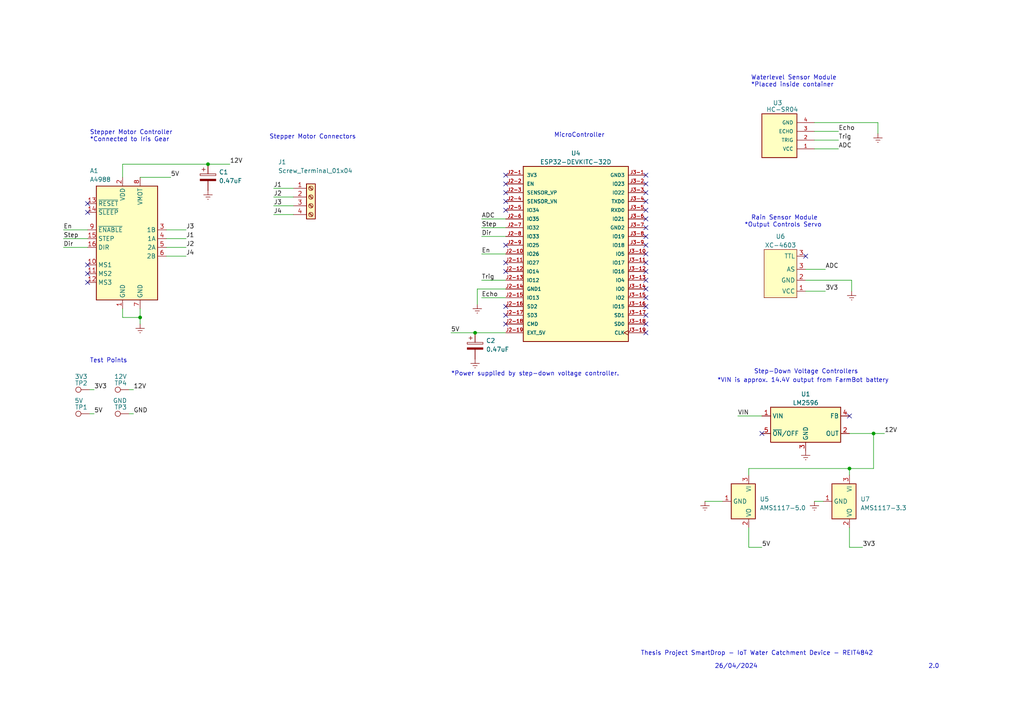
<source format=kicad_sch>
(kicad_sch (version 20230121) (generator eeschema)

  (uuid a5a9ef97-7192-466d-a6a0-6707f04c3565)

  (paper "A4")

  (lib_symbols
    (symbol "Connector:Screw_Terminal_01x04" (pin_names (offset 1.016) hide) (in_bom yes) (on_board yes)
      (property "Reference" "J" (at 0 5.08 0)
        (effects (font (size 1.27 1.27)))
      )
      (property "Value" "Screw_Terminal_01x04" (at 0 -7.62 0)
        (effects (font (size 1.27 1.27)))
      )
      (property "Footprint" "" (at 0 0 0)
        (effects (font (size 1.27 1.27)) hide)
      )
      (property "Datasheet" "~" (at 0 0 0)
        (effects (font (size 1.27 1.27)) hide)
      )
      (property "ki_keywords" "screw terminal" (at 0 0 0)
        (effects (font (size 1.27 1.27)) hide)
      )
      (property "ki_description" "Generic screw terminal, single row, 01x04, script generated (kicad-library-utils/schlib/autogen/connector/)" (at 0 0 0)
        (effects (font (size 1.27 1.27)) hide)
      )
      (property "ki_fp_filters" "TerminalBlock*:*" (at 0 0 0)
        (effects (font (size 1.27 1.27)) hide)
      )
      (symbol "Screw_Terminal_01x04_1_1"
        (rectangle (start -1.27 3.81) (end 1.27 -6.35)
          (stroke (width 0.254) (type default))
          (fill (type background))
        )
        (circle (center 0 -5.08) (radius 0.635)
          (stroke (width 0.1524) (type default))
          (fill (type none))
        )
        (circle (center 0 -2.54) (radius 0.635)
          (stroke (width 0.1524) (type default))
          (fill (type none))
        )
        (polyline
          (pts
            (xy -0.5334 -4.7498)
            (xy 0.3302 -5.588)
          )
          (stroke (width 0.1524) (type default))
          (fill (type none))
        )
        (polyline
          (pts
            (xy -0.5334 -2.2098)
            (xy 0.3302 -3.048)
          )
          (stroke (width 0.1524) (type default))
          (fill (type none))
        )
        (polyline
          (pts
            (xy -0.5334 0.3302)
            (xy 0.3302 -0.508)
          )
          (stroke (width 0.1524) (type default))
          (fill (type none))
        )
        (polyline
          (pts
            (xy -0.5334 2.8702)
            (xy 0.3302 2.032)
          )
          (stroke (width 0.1524) (type default))
          (fill (type none))
        )
        (polyline
          (pts
            (xy -0.3556 -4.572)
            (xy 0.508 -5.4102)
          )
          (stroke (width 0.1524) (type default))
          (fill (type none))
        )
        (polyline
          (pts
            (xy -0.3556 -2.032)
            (xy 0.508 -2.8702)
          )
          (stroke (width 0.1524) (type default))
          (fill (type none))
        )
        (polyline
          (pts
            (xy -0.3556 0.508)
            (xy 0.508 -0.3302)
          )
          (stroke (width 0.1524) (type default))
          (fill (type none))
        )
        (polyline
          (pts
            (xy -0.3556 3.048)
            (xy 0.508 2.2098)
          )
          (stroke (width 0.1524) (type default))
          (fill (type none))
        )
        (circle (center 0 0) (radius 0.635)
          (stroke (width 0.1524) (type default))
          (fill (type none))
        )
        (circle (center 0 2.54) (radius 0.635)
          (stroke (width 0.1524) (type default))
          (fill (type none))
        )
        (pin passive line (at -5.08 2.54 0) (length 3.81)
          (name "Pin_1" (effects (font (size 1.27 1.27))))
          (number "1" (effects (font (size 1.27 1.27))))
        )
        (pin passive line (at -5.08 0 0) (length 3.81)
          (name "Pin_2" (effects (font (size 1.27 1.27))))
          (number "2" (effects (font (size 1.27 1.27))))
        )
        (pin passive line (at -5.08 -2.54 0) (length 3.81)
          (name "Pin_3" (effects (font (size 1.27 1.27))))
          (number "3" (effects (font (size 1.27 1.27))))
        )
        (pin passive line (at -5.08 -5.08 0) (length 3.81)
          (name "Pin_4" (effects (font (size 1.27 1.27))))
          (number "4" (effects (font (size 1.27 1.27))))
        )
      )
    )
    (symbol "Connector:TestPoint" (pin_numbers hide) (pin_names (offset 0.762) hide) (in_bom yes) (on_board yes)
      (property "Reference" "TP" (at 0 6.858 0)
        (effects (font (size 1.27 1.27)))
      )
      (property "Value" "TestPoint" (at 0 5.08 0)
        (effects (font (size 1.27 1.27)))
      )
      (property "Footprint" "" (at 5.08 0 0)
        (effects (font (size 1.27 1.27)) hide)
      )
      (property "Datasheet" "~" (at 5.08 0 0)
        (effects (font (size 1.27 1.27)) hide)
      )
      (property "ki_keywords" "test point tp" (at 0 0 0)
        (effects (font (size 1.27 1.27)) hide)
      )
      (property "ki_description" "test point" (at 0 0 0)
        (effects (font (size 1.27 1.27)) hide)
      )
      (property "ki_fp_filters" "Pin* Test*" (at 0 0 0)
        (effects (font (size 1.27 1.27)) hide)
      )
      (symbol "TestPoint_0_1"
        (circle (center 0 3.302) (radius 0.762)
          (stroke (width 0) (type default))
          (fill (type none))
        )
      )
      (symbol "TestPoint_1_1"
        (pin passive line (at 0 0 90) (length 2.54)
          (name "1" (effects (font (size 1.27 1.27))))
          (number "1" (effects (font (size 1.27 1.27))))
        )
      )
    )
    (symbol "Device:C_Polarized" (pin_numbers hide) (pin_names (offset 0.254)) (in_bom yes) (on_board yes)
      (property "Reference" "C" (at 0.635 2.54 0)
        (effects (font (size 1.27 1.27)) (justify left))
      )
      (property "Value" "C_Polarized" (at 0.635 -2.54 0)
        (effects (font (size 1.27 1.27)) (justify left))
      )
      (property "Footprint" "" (at 0.9652 -3.81 0)
        (effects (font (size 1.27 1.27)) hide)
      )
      (property "Datasheet" "~" (at 0 0 0)
        (effects (font (size 1.27 1.27)) hide)
      )
      (property "ki_keywords" "cap capacitor" (at 0 0 0)
        (effects (font (size 1.27 1.27)) hide)
      )
      (property "ki_description" "Polarized capacitor" (at 0 0 0)
        (effects (font (size 1.27 1.27)) hide)
      )
      (property "ki_fp_filters" "CP_*" (at 0 0 0)
        (effects (font (size 1.27 1.27)) hide)
      )
      (symbol "C_Polarized_0_1"
        (rectangle (start -2.286 0.508) (end 2.286 1.016)
          (stroke (width 0) (type default))
          (fill (type none))
        )
        (polyline
          (pts
            (xy -1.778 2.286)
            (xy -0.762 2.286)
          )
          (stroke (width 0) (type default))
          (fill (type none))
        )
        (polyline
          (pts
            (xy -1.27 2.794)
            (xy -1.27 1.778)
          )
          (stroke (width 0) (type default))
          (fill (type none))
        )
        (rectangle (start 2.286 -0.508) (end -2.286 -1.016)
          (stroke (width 0) (type default))
          (fill (type outline))
        )
      )
      (symbol "C_Polarized_1_1"
        (pin passive line (at 0 3.81 270) (length 2.794)
          (name "~" (effects (font (size 1.27 1.27))))
          (number "1" (effects (font (size 1.27 1.27))))
        )
        (pin passive line (at 0 -3.81 90) (length 2.794)
          (name "~" (effects (font (size 1.27 1.27))))
          (number "2" (effects (font (size 1.27 1.27))))
        )
      )
    )
    (symbol "Driver_Motor:Pololu_Breakout_A4988" (in_bom yes) (on_board yes)
      (property "Reference" "A" (at -2.54 19.05 0)
        (effects (font (size 1.27 1.27)) (justify right))
      )
      (property "Value" "Pololu_Breakout_A4988" (at -2.54 16.51 0)
        (effects (font (size 1.27 1.27)) (justify right))
      )
      (property "Footprint" "Module:Pololu_Breakout-16_15.2x20.3mm" (at 6.985 -19.05 0)
        (effects (font (size 1.27 1.27)) (justify left) hide)
      )
      (property "Datasheet" "https://www.pololu.com/product/2980/pictures" (at 2.54 -7.62 0)
        (effects (font (size 1.27 1.27)) hide)
      )
      (property "ki_keywords" "Pololu Breakout Board Stepper Driver A4988" (at 0 0 0)
        (effects (font (size 1.27 1.27)) hide)
      )
      (property "ki_description" "Pololu Breakout Board, Stepper Driver A4988" (at 0 0 0)
        (effects (font (size 1.27 1.27)) hide)
      )
      (property "ki_fp_filters" "Pololu*Breakout*15.2x20.3mm*" (at 0 0 0)
        (effects (font (size 1.27 1.27)) hide)
      )
      (symbol "Pololu_Breakout_A4988_0_1"
        (rectangle (start 10.16 -17.78) (end -7.62 15.24)
          (stroke (width 0.254) (type default))
          (fill (type background))
        )
      )
      (symbol "Pololu_Breakout_A4988_1_1"
        (pin power_in line (at 0 -20.32 90) (length 2.54)
          (name "GND" (effects (font (size 1.27 1.27))))
          (number "1" (effects (font (size 1.27 1.27))))
        )
        (pin input line (at -10.16 -7.62 0) (length 2.54)
          (name "MS1" (effects (font (size 1.27 1.27))))
          (number "10" (effects (font (size 1.27 1.27))))
        )
        (pin input line (at -10.16 -10.16 0) (length 2.54)
          (name "MS2" (effects (font (size 1.27 1.27))))
          (number "11" (effects (font (size 1.27 1.27))))
        )
        (pin input line (at -10.16 -12.7 0) (length 2.54)
          (name "MS3" (effects (font (size 1.27 1.27))))
          (number "12" (effects (font (size 1.27 1.27))))
        )
        (pin input line (at -10.16 10.16 0) (length 2.54)
          (name "~{RESET}" (effects (font (size 1.27 1.27))))
          (number "13" (effects (font (size 1.27 1.27))))
        )
        (pin input line (at -10.16 7.62 0) (length 2.54)
          (name "~{SLEEP}" (effects (font (size 1.27 1.27))))
          (number "14" (effects (font (size 1.27 1.27))))
        )
        (pin input line (at -10.16 0 0) (length 2.54)
          (name "STEP" (effects (font (size 1.27 1.27))))
          (number "15" (effects (font (size 1.27 1.27))))
        )
        (pin input line (at -10.16 -2.54 0) (length 2.54)
          (name "DIR" (effects (font (size 1.27 1.27))))
          (number "16" (effects (font (size 1.27 1.27))))
        )
        (pin power_in line (at 0 17.78 270) (length 2.54)
          (name "VDD" (effects (font (size 1.27 1.27))))
          (number "2" (effects (font (size 1.27 1.27))))
        )
        (pin output line (at 12.7 2.54 180) (length 2.54)
          (name "1B" (effects (font (size 1.27 1.27))))
          (number "3" (effects (font (size 1.27 1.27))))
        )
        (pin output line (at 12.7 0 180) (length 2.54)
          (name "1A" (effects (font (size 1.27 1.27))))
          (number "4" (effects (font (size 1.27 1.27))))
        )
        (pin output line (at 12.7 -2.54 180) (length 2.54)
          (name "2A" (effects (font (size 1.27 1.27))))
          (number "5" (effects (font (size 1.27 1.27))))
        )
        (pin output line (at 12.7 -5.08 180) (length 2.54)
          (name "2B" (effects (font (size 1.27 1.27))))
          (number "6" (effects (font (size 1.27 1.27))))
        )
        (pin power_in line (at 5.08 -20.32 90) (length 2.54)
          (name "GND" (effects (font (size 1.27 1.27))))
          (number "7" (effects (font (size 1.27 1.27))))
        )
        (pin power_in line (at 5.08 17.78 270) (length 2.54)
          (name "VMOT" (effects (font (size 1.27 1.27))))
          (number "8" (effects (font (size 1.27 1.27))))
        )
        (pin input line (at -10.16 2.54 0) (length 2.54)
          (name "~{ENABLE}" (effects (font (size 1.27 1.27))))
          (number "9" (effects (font (size 1.27 1.27))))
        )
      )
    )
    (symbol "ESP32-DEVKITC-32D:ESP32-DEVKITC-32D" (pin_names (offset 1.016)) (in_bom yes) (on_board yes)
      (property "Reference" "U" (at -15.2572 26.0643 0)
        (effects (font (size 1.27 1.27)) (justify left bottom))
      )
      (property "Value" "ESP32-DEVKITC-32D" (at -15.2563 -27.9698 0)
        (effects (font (size 1.27 1.27)) (justify left bottom))
      )
      (property "Footprint" "ESP32-DEVKITC-32D:MODULE_ESP32-DEVKITC-32D" (at 0 0 0)
        (effects (font (size 1.27 1.27)) (justify bottom) hide)
      )
      (property "Datasheet" "" (at 0 0 0)
        (effects (font (size 1.27 1.27)) hide)
      )
      (property "MF" "Espressif Systems" (at 0 0 0)
        (effects (font (size 1.27 1.27)) (justify bottom) hide)
      )
      (property "MAXIMUM_PACKAGE_HEIGHT" "N/A" (at 0 0 0)
        (effects (font (size 1.27 1.27)) (justify bottom) hide)
      )
      (property "Package" "None" (at 0 0 0)
        (effects (font (size 1.27 1.27)) (justify bottom) hide)
      )
      (property "Price" "None" (at 0 0 0)
        (effects (font (size 1.27 1.27)) (justify bottom) hide)
      )
      (property "Check_prices" "https://www.snapeda.com/parts/ESP32-DEVKITC-32D/Espressif+Systems/view-part/?ref=eda" (at 0 0 0)
        (effects (font (size 1.27 1.27)) (justify bottom) hide)
      )
      (property "STANDARD" "Manufacturer Recommendations" (at 0 0 0)
        (effects (font (size 1.27 1.27)) (justify bottom) hide)
      )
      (property "PARTREV" "V4" (at 0 0 0)
        (effects (font (size 1.27 1.27)) (justify bottom) hide)
      )
      (property "SnapEDA_Link" "https://www.snapeda.com/parts/ESP32-DEVKITC-32D/Espressif+Systems/view-part/?ref=snap" (at 0 0 0)
        (effects (font (size 1.27 1.27)) (justify bottom) hide)
      )
      (property "MP" "ESP32-DEVKITC-32D" (at 0 0 0)
        (effects (font (size 1.27 1.27)) (justify bottom) hide)
      )
      (property "Description" "\nWiFi Development Tools (802.11) ESP32 General Development Kit, ESP32-WROOM-32D on the board\n" (at 0 0 0)
        (effects (font (size 1.27 1.27)) (justify bottom) hide)
      )
      (property "MANUFACTURER" "Espressif Systems" (at 0 0 0)
        (effects (font (size 1.27 1.27)) (justify bottom) hide)
      )
      (property "Availability" "In Stock" (at 0 0 0)
        (effects (font (size 1.27 1.27)) (justify bottom) hide)
      )
      (property "SNAPEDA_PN" "ESP32-DEVKITC-32D" (at 0 0 0)
        (effects (font (size 1.27 1.27)) (justify bottom) hide)
      )
      (symbol "ESP32-DEVKITC-32D_0_0"
        (rectangle (start -15.24 -25.4) (end 15.24 25.4)
          (stroke (width 0.254) (type default))
          (fill (type background))
        )
        (pin power_in line (at -20.32 22.86 0) (length 5.08)
          (name "3V3" (effects (font (size 1.016 1.016))))
          (number "J2-1" (effects (font (size 1.016 1.016))))
        )
        (pin bidirectional line (at -20.32 0 0) (length 5.08)
          (name "IO26" (effects (font (size 1.016 1.016))))
          (number "J2-10" (effects (font (size 1.016 1.016))))
        )
        (pin bidirectional line (at -20.32 -2.54 0) (length 5.08)
          (name "IO27" (effects (font (size 1.016 1.016))))
          (number "J2-11" (effects (font (size 1.016 1.016))))
        )
        (pin bidirectional line (at -20.32 -5.08 0) (length 5.08)
          (name "IO14" (effects (font (size 1.016 1.016))))
          (number "J2-12" (effects (font (size 1.016 1.016))))
        )
        (pin bidirectional line (at -20.32 -7.62 0) (length 5.08)
          (name "IO12" (effects (font (size 1.016 1.016))))
          (number "J2-13" (effects (font (size 1.016 1.016))))
        )
        (pin power_in line (at -20.32 -10.16 0) (length 5.08)
          (name "GND1" (effects (font (size 1.016 1.016))))
          (number "J2-14" (effects (font (size 1.016 1.016))))
        )
        (pin bidirectional line (at -20.32 -12.7 0) (length 5.08)
          (name "IO13" (effects (font (size 1.016 1.016))))
          (number "J2-15" (effects (font (size 1.016 1.016))))
        )
        (pin bidirectional line (at -20.32 -15.24 0) (length 5.08)
          (name "SD2" (effects (font (size 1.016 1.016))))
          (number "J2-16" (effects (font (size 1.016 1.016))))
        )
        (pin bidirectional line (at -20.32 -17.78 0) (length 5.08)
          (name "SD3" (effects (font (size 1.016 1.016))))
          (number "J2-17" (effects (font (size 1.016 1.016))))
        )
        (pin bidirectional line (at -20.32 -20.32 0) (length 5.08)
          (name "CMD" (effects (font (size 1.016 1.016))))
          (number "J2-18" (effects (font (size 1.016 1.016))))
        )
        (pin power_in line (at -20.32 -22.86 0) (length 5.08)
          (name "EXT_5V" (effects (font (size 1.016 1.016))))
          (number "J2-19" (effects (font (size 1.016 1.016))))
        )
        (pin input line (at -20.32 20.32 0) (length 5.08)
          (name "EN" (effects (font (size 1.016 1.016))))
          (number "J2-2" (effects (font (size 1.016 1.016))))
        )
        (pin input line (at -20.32 17.78 0) (length 5.08)
          (name "SENSOR_VP" (effects (font (size 1.016 1.016))))
          (number "J2-3" (effects (font (size 1.016 1.016))))
        )
        (pin input line (at -20.32 15.24 0) (length 5.08)
          (name "SENSOR_VN" (effects (font (size 1.016 1.016))))
          (number "J2-4" (effects (font (size 1.016 1.016))))
        )
        (pin bidirectional line (at -20.32 12.7 0) (length 5.08)
          (name "IO34" (effects (font (size 1.016 1.016))))
          (number "J2-5" (effects (font (size 1.016 1.016))))
        )
        (pin bidirectional line (at -20.32 10.16 0) (length 5.08)
          (name "IO35" (effects (font (size 1.016 1.016))))
          (number "J2-6" (effects (font (size 1.016 1.016))))
        )
        (pin bidirectional line (at -20.32 7.62 0) (length 5.08)
          (name "IO32" (effects (font (size 1.016 1.016))))
          (number "J2-7" (effects (font (size 1.016 1.016))))
        )
        (pin bidirectional line (at -20.32 5.08 0) (length 5.08)
          (name "IO33" (effects (font (size 1.016 1.016))))
          (number "J2-8" (effects (font (size 1.016 1.016))))
        )
        (pin bidirectional line (at -20.32 2.54 0) (length 5.08)
          (name "IO25" (effects (font (size 1.016 1.016))))
          (number "J2-9" (effects (font (size 1.016 1.016))))
        )
        (pin power_in line (at 20.32 22.86 180) (length 5.08)
          (name "GND3" (effects (font (size 1.016 1.016))))
          (number "J3-1" (effects (font (size 1.016 1.016))))
        )
        (pin bidirectional line (at 20.32 0 180) (length 5.08)
          (name "IO5" (effects (font (size 1.016 1.016))))
          (number "J3-10" (effects (font (size 1.016 1.016))))
        )
        (pin bidirectional line (at 20.32 -2.54 180) (length 5.08)
          (name "IO17" (effects (font (size 1.016 1.016))))
          (number "J3-11" (effects (font (size 1.016 1.016))))
        )
        (pin bidirectional line (at 20.32 -5.08 180) (length 5.08)
          (name "IO16" (effects (font (size 1.016 1.016))))
          (number "J3-12" (effects (font (size 1.016 1.016))))
        )
        (pin bidirectional line (at 20.32 -7.62 180) (length 5.08)
          (name "IO4" (effects (font (size 1.016 1.016))))
          (number "J3-13" (effects (font (size 1.016 1.016))))
        )
        (pin bidirectional line (at 20.32 -10.16 180) (length 5.08)
          (name "IO0" (effects (font (size 1.016 1.016))))
          (number "J3-14" (effects (font (size 1.016 1.016))))
        )
        (pin bidirectional line (at 20.32 -12.7 180) (length 5.08)
          (name "IO2" (effects (font (size 1.016 1.016))))
          (number "J3-15" (effects (font (size 1.016 1.016))))
        )
        (pin bidirectional line (at 20.32 -15.24 180) (length 5.08)
          (name "IO15" (effects (font (size 1.016 1.016))))
          (number "J3-16" (effects (font (size 1.016 1.016))))
        )
        (pin bidirectional line (at 20.32 -17.78 180) (length 5.08)
          (name "SD1" (effects (font (size 1.016 1.016))))
          (number "J3-17" (effects (font (size 1.016 1.016))))
        )
        (pin bidirectional line (at 20.32 -20.32 180) (length 5.08)
          (name "SD0" (effects (font (size 1.016 1.016))))
          (number "J3-18" (effects (font (size 1.016 1.016))))
        )
        (pin input clock (at 20.32 -22.86 180) (length 5.08)
          (name "CLK" (effects (font (size 1.016 1.016))))
          (number "J3-19" (effects (font (size 1.016 1.016))))
        )
        (pin bidirectional line (at 20.32 20.32 180) (length 5.08)
          (name "IO23" (effects (font (size 1.016 1.016))))
          (number "J3-2" (effects (font (size 1.016 1.016))))
        )
        (pin bidirectional line (at 20.32 17.78 180) (length 5.08)
          (name "IO22" (effects (font (size 1.016 1.016))))
          (number "J3-3" (effects (font (size 1.016 1.016))))
        )
        (pin output line (at 20.32 15.24 180) (length 5.08)
          (name "TXD0" (effects (font (size 1.016 1.016))))
          (number "J3-4" (effects (font (size 1.016 1.016))))
        )
        (pin input line (at 20.32 12.7 180) (length 5.08)
          (name "RXD0" (effects (font (size 1.016 1.016))))
          (number "J3-5" (effects (font (size 1.016 1.016))))
        )
        (pin bidirectional line (at 20.32 10.16 180) (length 5.08)
          (name "IO21" (effects (font (size 1.016 1.016))))
          (number "J3-6" (effects (font (size 1.016 1.016))))
        )
        (pin power_in line (at 20.32 7.62 180) (length 5.08)
          (name "GND2" (effects (font (size 1.016 1.016))))
          (number "J3-7" (effects (font (size 1.016 1.016))))
        )
        (pin bidirectional line (at 20.32 5.08 180) (length 5.08)
          (name "IO19" (effects (font (size 1.016 1.016))))
          (number "J3-8" (effects (font (size 1.016 1.016))))
        )
        (pin bidirectional line (at 20.32 2.54 180) (length 5.08)
          (name "IO18" (effects (font (size 1.016 1.016))))
          (number "J3-9" (effects (font (size 1.016 1.016))))
        )
      )
    )
    (symbol "HC-SR04:HC-SR04" (pin_names (offset 1.016)) (in_bom yes) (on_board yes)
      (property "Reference" "U" (at 0 5.0813 0)
        (effects (font (size 1.27 1.27)) (justify left bottom))
      )
      (property "Value" "HC-SR04" (at 0 -10.163 0)
        (effects (font (size 1.27 1.27)) (justify left bottom))
      )
      (property "Footprint" "XCVR_HC-SR04" (at 6.985 -13.335 0)
        (effects (font (size 1.27 1.27)) (justify bottom) hide)
      )
      (property "Datasheet" "" (at 0 0 0)
        (effects (font (size 1.27 1.27)) hide)
      )
      (property "MANUFACTURER" "Osepp" (at 0 0 0)
        (effects (font (size 1.27 1.27)) (justify bottom) hide)
      )
      (symbol "HC-SR04_0_0"
        (rectangle (start 0 -7.62) (end 10.16 5.08)
          (stroke (width 0.254) (type default))
          (fill (type background))
        )
        (pin power_in line (at -5.08 2.54 0) (length 5.08)
          (name "VCC" (effects (font (size 1.016 1.016))))
          (number "1" (effects (font (size 1.016 1.016))))
        )
        (pin bidirectional line (at -5.08 0 0) (length 5.08)
          (name "TRIG" (effects (font (size 1.016 1.016))))
          (number "2" (effects (font (size 1.016 1.016))))
        )
        (pin bidirectional line (at -5.08 -2.54 0) (length 5.08)
          (name "ECHO" (effects (font (size 1.016 1.016))))
          (number "3" (effects (font (size 1.016 1.016))))
        )
        (pin power_in line (at -5.08 -5.08 0) (length 5.08)
          (name "GND" (effects (font (size 1.016 1.016))))
          (number "4" (effects (font (size 1.016 1.016))))
        )
      )
    )
    (symbol "Project library:XC-4603" (in_bom yes) (on_board yes)
      (property "Reference" "U?" (at 13.97 -6.35 0)
        (effects (font (size 1.27 1.27)))
      )
      (property "Value" "XC-4603" (at 17.145 -8.255 0)
        (effects (font (size 1.27 1.27)))
      )
      (property "Footprint" "" (at 0 0 0)
        (effects (font (size 1.27 1.27)) hide)
      )
      (property "Datasheet" "" (at 0 0 0)
        (effects (font (size 1.27 1.27)) hide)
      )
      (symbol "XC-4603_0_1"
        (rectangle (start -1.905 -3.175) (end 12.065 -12.7)
          (stroke (width 0) (type default))
          (fill (type background))
        )
      )
      (symbol "XC-4603_1_1"
        (pin passive line (at 0 -15.24 90) (length 2.54)
          (name "VCC" (effects (font (size 1.27 1.27))))
          (number "1" (effects (font (size 1.27 1.27))))
        )
        (pin passive line (at 3.175 -15.24 90) (length 2.54)
          (name "GND" (effects (font (size 1.27 1.27))))
          (number "2" (effects (font (size 1.27 1.27))))
        )
        (pin passive line (at 6.35 -15.24 90) (length 2.54)
          (name "AS" (effects (font (size 1.27 1.27))))
          (number "3" (effects (font (size 1.27 1.27))))
        )
        (pin passive line (at 10.16 -15.24 90) (length 2.54)
          (name "TTL" (effects (font (size 1.27 1.27))))
          (number "3" (effects (font (size 1.27 1.27))))
        )
      )
    )
    (symbol "Regulator_Linear:AMS1117-3.3" (in_bom yes) (on_board yes)
      (property "Reference" "U" (at -3.81 3.175 0)
        (effects (font (size 1.27 1.27)))
      )
      (property "Value" "AMS1117-3.3" (at 0 3.175 0)
        (effects (font (size 1.27 1.27)) (justify left))
      )
      (property "Footprint" "Package_TO_SOT_SMD:SOT-223-3_TabPin2" (at 0 5.08 0)
        (effects (font (size 1.27 1.27)) hide)
      )
      (property "Datasheet" "http://www.advanced-monolithic.com/pdf/ds1117.pdf" (at 2.54 -6.35 0)
        (effects (font (size 1.27 1.27)) hide)
      )
      (property "ki_keywords" "linear regulator ldo fixed positive" (at 0 0 0)
        (effects (font (size 1.27 1.27)) hide)
      )
      (property "ki_description" "1A Low Dropout regulator, positive, 3.3V fixed output, SOT-223" (at 0 0 0)
        (effects (font (size 1.27 1.27)) hide)
      )
      (property "ki_fp_filters" "SOT?223*TabPin2*" (at 0 0 0)
        (effects (font (size 1.27 1.27)) hide)
      )
      (symbol "AMS1117-3.3_0_1"
        (rectangle (start -5.08 -5.08) (end 5.08 1.905)
          (stroke (width 0.254) (type default))
          (fill (type background))
        )
      )
      (symbol "AMS1117-3.3_1_1"
        (pin power_in line (at 0 -7.62 90) (length 2.54)
          (name "GND" (effects (font (size 1.27 1.27))))
          (number "1" (effects (font (size 1.27 1.27))))
        )
        (pin power_out line (at 7.62 0 180) (length 2.54)
          (name "VO" (effects (font (size 1.27 1.27))))
          (number "2" (effects (font (size 1.27 1.27))))
        )
        (pin power_in line (at -7.62 0 0) (length 2.54)
          (name "VI" (effects (font (size 1.27 1.27))))
          (number "3" (effects (font (size 1.27 1.27))))
        )
      )
    )
    (symbol "Regulator_Linear:AMS1117-5.0" (in_bom yes) (on_board yes)
      (property "Reference" "U" (at -3.81 3.175 0)
        (effects (font (size 1.27 1.27)))
      )
      (property "Value" "AMS1117-5.0" (at 0 3.175 0)
        (effects (font (size 1.27 1.27)) (justify left))
      )
      (property "Footprint" "Package_TO_SOT_SMD:SOT-223-3_TabPin2" (at 0 5.08 0)
        (effects (font (size 1.27 1.27)) hide)
      )
      (property "Datasheet" "http://www.advanced-monolithic.com/pdf/ds1117.pdf" (at 2.54 -6.35 0)
        (effects (font (size 1.27 1.27)) hide)
      )
      (property "ki_keywords" "linear regulator ldo fixed positive" (at 0 0 0)
        (effects (font (size 1.27 1.27)) hide)
      )
      (property "ki_description" "1A Low Dropout regulator, positive, 5.0V fixed output, SOT-223" (at 0 0 0)
        (effects (font (size 1.27 1.27)) hide)
      )
      (property "ki_fp_filters" "SOT?223*TabPin2*" (at 0 0 0)
        (effects (font (size 1.27 1.27)) hide)
      )
      (symbol "AMS1117-5.0_0_1"
        (rectangle (start -5.08 -5.08) (end 5.08 1.905)
          (stroke (width 0.254) (type default))
          (fill (type background))
        )
      )
      (symbol "AMS1117-5.0_1_1"
        (pin power_in line (at 0 -7.62 90) (length 2.54)
          (name "GND" (effects (font (size 1.27 1.27))))
          (number "1" (effects (font (size 1.27 1.27))))
        )
        (pin power_out line (at 7.62 0 180) (length 2.54)
          (name "VO" (effects (font (size 1.27 1.27))))
          (number "2" (effects (font (size 1.27 1.27))))
        )
        (pin power_in line (at -7.62 0 0) (length 2.54)
          (name "VI" (effects (font (size 1.27 1.27))))
          (number "3" (effects (font (size 1.27 1.27))))
        )
      )
    )
    (symbol "Regulator_Switching:LM2596S-12" (in_bom yes) (on_board yes)
      (property "Reference" "U" (at -10.16 6.35 0)
        (effects (font (size 1.27 1.27)) (justify left))
      )
      (property "Value" "LM2596S-12" (at 0 6.35 0)
        (effects (font (size 1.27 1.27)) (justify left))
      )
      (property "Footprint" "Package_TO_SOT_SMD:TO-263-5_TabPin3" (at 1.27 -6.35 0)
        (effects (font (size 1.27 1.27) italic) (justify left) hide)
      )
      (property "Datasheet" "http://www.ti.com/lit/ds/symlink/lm2596.pdf" (at 0 0 0)
        (effects (font (size 1.27 1.27)) hide)
      )
      (property "ki_keywords" "Step-Down Voltage Regulator 12V 3A" (at 0 0 0)
        (effects (font (size 1.27 1.27)) hide)
      )
      (property "ki_description" "12V 3A Step-Down Voltage Regulator, TO-263" (at 0 0 0)
        (effects (font (size 1.27 1.27)) hide)
      )
      (property "ki_fp_filters" "TO?263*" (at 0 0 0)
        (effects (font (size 1.27 1.27)) hide)
      )
      (symbol "LM2596S-12_0_1"
        (rectangle (start -10.16 5.08) (end 10.16 -5.08)
          (stroke (width 0.254) (type default))
          (fill (type background))
        )
      )
      (symbol "LM2596S-12_1_1"
        (pin power_in line (at -12.7 2.54 0) (length 2.54)
          (name "VIN" (effects (font (size 1.27 1.27))))
          (number "1" (effects (font (size 1.27 1.27))))
        )
        (pin output line (at 12.7 -2.54 180) (length 2.54)
          (name "OUT" (effects (font (size 1.27 1.27))))
          (number "2" (effects (font (size 1.27 1.27))))
        )
        (pin power_in line (at 0 -7.62 90) (length 2.54)
          (name "GND" (effects (font (size 1.27 1.27))))
          (number "3" (effects (font (size 1.27 1.27))))
        )
        (pin input line (at 12.7 2.54 180) (length 2.54)
          (name "FB" (effects (font (size 1.27 1.27))))
          (number "4" (effects (font (size 1.27 1.27))))
        )
        (pin input line (at -12.7 -2.54 0) (length 2.54)
          (name "~{ON}/OFF" (effects (font (size 1.27 1.27))))
          (number "5" (effects (font (size 1.27 1.27))))
        )
      )
    )
    (symbol "power:Earth" (power) (pin_names (offset 0)) (in_bom yes) (on_board yes)
      (property "Reference" "#PWR" (at 0 -6.35 0)
        (effects (font (size 1.27 1.27)) hide)
      )
      (property "Value" "Earth" (at 0 -3.81 0)
        (effects (font (size 1.27 1.27)) hide)
      )
      (property "Footprint" "" (at 0 0 0)
        (effects (font (size 1.27 1.27)) hide)
      )
      (property "Datasheet" "~" (at 0 0 0)
        (effects (font (size 1.27 1.27)) hide)
      )
      (property "ki_keywords" "global ground gnd" (at 0 0 0)
        (effects (font (size 1.27 1.27)) hide)
      )
      (property "ki_description" "Power symbol creates a global label with name \"Earth\"" (at 0 0 0)
        (effects (font (size 1.27 1.27)) hide)
      )
      (symbol "Earth_0_1"
        (polyline
          (pts
            (xy -0.635 -1.905)
            (xy 0.635 -1.905)
          )
          (stroke (width 0) (type default))
          (fill (type none))
        )
        (polyline
          (pts
            (xy -0.127 -2.54)
            (xy 0.127 -2.54)
          )
          (stroke (width 0) (type default))
          (fill (type none))
        )
        (polyline
          (pts
            (xy 0 -1.27)
            (xy 0 0)
          )
          (stroke (width 0) (type default))
          (fill (type none))
        )
        (polyline
          (pts
            (xy 1.27 -1.27)
            (xy -1.27 -1.27)
          )
          (stroke (width 0) (type default))
          (fill (type none))
        )
      )
      (symbol "Earth_1_1"
        (pin power_in line (at 0 0 270) (length 0) hide
          (name "Earth" (effects (font (size 1.27 1.27))))
          (number "1" (effects (font (size 1.27 1.27))))
        )
      )
    )
  )

  (junction (at 40.64 92.075) (diameter 0) (color 0 0 0 0)
    (uuid 2b230e70-448d-46f2-9879-20f0ba39f7a6)
  )
  (junction (at 137.795 96.52) (diameter 0) (color 0 0 0 0)
    (uuid 38ea03fb-0cd9-436f-88db-c4a666ca33c1)
  )
  (junction (at 253.365 125.73) (diameter 0) (color 0 0 0 0)
    (uuid 7c3eccfe-7335-4778-8379-aba55378f7f3)
  )
  (junction (at 246.38 135.89) (diameter 0) (color 0 0 0 0)
    (uuid dbb93e24-c189-49ab-8344-ec73ddd96561)
  )
  (junction (at 60.325 47.625) (diameter 0) (color 0 0 0 0)
    (uuid e5d07e88-c95a-4be9-a841-4f0bd0fa408a)
  )

  (no_connect (at 187.325 81.28) (uuid 01c9c8a8-1425-4bb3-aa10-673af3caf86c))
  (no_connect (at 187.325 83.82) (uuid 07dc2c1a-85d6-4d31-a0ab-454b7d579d5d))
  (no_connect (at 187.325 93.98) (uuid 20f6f826-301e-4127-af4b-1e174b5b104b))
  (no_connect (at 146.685 58.42) (uuid 27910172-ab9d-436b-95fa-29c98c6b6224))
  (no_connect (at 187.325 55.88) (uuid 28c91a55-275f-43e4-922b-0c06bf469949))
  (no_connect (at 187.325 78.74) (uuid 36b5f2d3-544f-4343-8149-9837253a2386))
  (no_connect (at 25.4 76.835) (uuid 3bfc7161-5420-416f-ab7b-b0787616ef07))
  (no_connect (at 146.685 93.98) (uuid 3c10e545-69a4-4129-9879-60d9a7da4cfa))
  (no_connect (at 146.685 71.12) (uuid 415c51c5-6a68-494c-942c-6725c6554346))
  (no_connect (at 187.325 96.52) (uuid 46b9e122-8fb6-449e-8295-19c211a10a48))
  (no_connect (at 146.685 55.88) (uuid 522ed68f-99f0-4c86-9e36-32a9e19671ee))
  (no_connect (at 25.4 81.915) (uuid 52bed2bc-bbd5-4186-99f1-35a135328f3a))
  (no_connect (at 246.38 120.65) (uuid 61a05a0a-185e-48f1-812b-83c475ba33ce))
  (no_connect (at 187.325 68.58) (uuid 65b602e8-be45-43d2-a884-7e8c2babea17))
  (no_connect (at 187.325 76.2) (uuid 69c31194-ea37-4149-a6e7-44f6c420666f))
  (no_connect (at 25.4 61.595) (uuid 6fb47444-a81a-43bf-ab79-029854b76ab6))
  (no_connect (at 146.685 88.9) (uuid 72213241-ae34-47f3-86a9-b2aee92196d8))
  (no_connect (at 25.4 79.375) (uuid 7230f3aa-21f4-4ef1-88d1-1b6ea31a4ada))
  (no_connect (at 187.325 63.5) (uuid 7c441f14-f1bc-4c80-aa8a-fae1a1696db1))
  (no_connect (at 187.325 73.66) (uuid 803ae2d3-2dcb-4401-9699-d26ffaf6d611))
  (no_connect (at 220.98 125.73) (uuid 906fa3f4-93c5-48a6-8903-4afda545f407))
  (no_connect (at 187.325 91.44) (uuid a0a9f31f-0547-4a87-ba67-1a5afb1daf44))
  (no_connect (at 233.68 74.295) (uuid a23ff454-394d-4e20-84bb-00c9075918cf))
  (no_connect (at 146.685 50.8) (uuid a81fabe3-0fef-4859-aa5b-274718d40534))
  (no_connect (at 146.685 78.74) (uuid a84ea46c-4e72-49f7-9d78-b02ccec52c0f))
  (no_connect (at 146.685 76.2) (uuid a9250cc0-5108-4367-9119-ccd1b998c1fa))
  (no_connect (at 187.325 71.12) (uuid b075366e-9903-43a8-9b23-c5e2885164f1))
  (no_connect (at 187.325 66.04) (uuid b3a72bb9-1462-416a-86d5-512f401e4540))
  (no_connect (at 187.325 86.36) (uuid b76ab109-36fa-48d1-8474-c6297a0b627e))
  (no_connect (at 187.325 53.34) (uuid bd0cf6e4-2112-426c-851b-f95a3c656f5c))
  (no_connect (at 146.685 53.34) (uuid bdf462b7-f854-4959-a3b8-cb2dd8571e10))
  (no_connect (at 187.325 60.96) (uuid c3f1737c-54e5-4056-b1c4-03190884766d))
  (no_connect (at 25.4 59.055) (uuid c49ab9bd-8d80-4e21-a7c7-cf7a3fdb16f6))
  (no_connect (at 187.325 88.9) (uuid cadd3666-12fb-4715-bfb7-cbfadba58399))
  (no_connect (at 187.325 50.8) (uuid d439bb18-01cb-4520-b1f4-554dbacd5fc7))
  (no_connect (at 187.325 58.42) (uuid f2c3a338-44ab-4efe-a0f1-e79ab6276f46))
  (no_connect (at 146.685 91.44) (uuid fba0a4b2-4300-4da3-9921-2fd7725cf095))
  (no_connect (at 146.685 60.96) (uuid fcd24d14-f7ab-43fd-8452-b7deb5ea9c46))

  (wire (pts (xy 48.26 74.295) (xy 53.975 74.295))
    (stroke (width 0) (type default))
    (uuid 00471d7e-9e7b-4618-a0b3-4b77a1811bee)
  )
  (wire (pts (xy 18.415 71.755) (xy 25.4 71.755))
    (stroke (width 0) (type default))
    (uuid 031087c7-b51e-4d78-9411-0826db82fcd5)
  )
  (wire (pts (xy 40.64 51.435) (xy 49.53 51.435))
    (stroke (width 0) (type default))
    (uuid 0a9f89a4-c515-4633-8fcc-5a997f4d7161)
  )
  (wire (pts (xy 236.22 38.1) (xy 243.205 38.1))
    (stroke (width 0) (type default))
    (uuid 1bfe3668-81ae-493d-be02-306ec4cf2a1d)
  )
  (wire (pts (xy 79.375 62.23) (xy 85.09 62.23))
    (stroke (width 0) (type default))
    (uuid 2804b7dc-3b17-4ad5-ac9b-58c5530d3c8a)
  )
  (wire (pts (xy 139.7 66.04) (xy 146.685 66.04))
    (stroke (width 0) (type default))
    (uuid 2b9b46d4-d98d-47b6-8697-12b563cf4315)
  )
  (wire (pts (xy 138.43 83.82) (xy 138.43 88.265))
    (stroke (width 0) (type default))
    (uuid 2d44672e-4240-4fa5-bd70-10714a96371d)
  )
  (wire (pts (xy 246.38 153.035) (xy 246.38 158.75))
    (stroke (width 0) (type default))
    (uuid 30d2a1f3-7a3c-4ff8-b660-c34035181575)
  )
  (wire (pts (xy 79.375 57.15) (xy 85.09 57.15))
    (stroke (width 0) (type default))
    (uuid 32110851-d2ea-47dc-aee9-333108a26150)
  )
  (wire (pts (xy 139.7 73.66) (xy 146.685 73.66))
    (stroke (width 0) (type default))
    (uuid 33a7f0f9-9f7f-4031-9f1b-499f562714e3)
  )
  (wire (pts (xy 35.56 47.625) (xy 60.325 47.625))
    (stroke (width 0) (type default))
    (uuid 3a2aa3d8-6efd-47fa-b652-c7fbe4aa49fe)
  )
  (wire (pts (xy 236.22 145.415) (xy 238.76 145.415))
    (stroke (width 0) (type default))
    (uuid 3a38ed73-4d87-4d2d-b087-330efb13fd89)
  )
  (wire (pts (xy 48.26 69.215) (xy 53.975 69.215))
    (stroke (width 0) (type default))
    (uuid 46c5317a-b4ec-4e6a-804c-17a59ca8ef1d)
  )
  (wire (pts (xy 246.38 125.73) (xy 253.365 125.73))
    (stroke (width 0) (type default))
    (uuid 49250a47-cbb5-427f-a234-349d0922c6e5)
  )
  (wire (pts (xy 217.17 153.035) (xy 217.17 158.75))
    (stroke (width 0) (type default))
    (uuid 4f0da9c4-24e2-4f77-812a-2f53308a656e)
  )
  (wire (pts (xy 79.375 54.61) (xy 85.09 54.61))
    (stroke (width 0) (type default))
    (uuid 55d427ae-297a-48d4-9162-107dd73716d7)
  )
  (wire (pts (xy 254.635 35.56) (xy 254.635 38.735))
    (stroke (width 0) (type default))
    (uuid 573b9123-7795-4bc4-b8ae-529e755e02df)
  )
  (wire (pts (xy 213.995 120.65) (xy 220.98 120.65))
    (stroke (width 0) (type default))
    (uuid 5790d85c-abc5-4d77-a9fb-492d905f7ab2)
  )
  (wire (pts (xy 217.17 135.89) (xy 246.38 135.89))
    (stroke (width 0) (type default))
    (uuid 587063a8-afd1-4268-8dc0-b98742a43bfb)
  )
  (wire (pts (xy 79.375 59.69) (xy 85.09 59.69))
    (stroke (width 0) (type default))
    (uuid 5debd5a1-c495-4762-b37d-ee035011c21e)
  )
  (wire (pts (xy 139.7 86.36) (xy 146.685 86.36))
    (stroke (width 0) (type default))
    (uuid 5e4d15ac-dfcb-428e-a15e-001f55fff8e0)
  )
  (wire (pts (xy 26.035 113.03) (xy 27.305 113.03))
    (stroke (width 0) (type default))
    (uuid 6ee5e740-517d-490f-bdf4-85572c568599)
  )
  (wire (pts (xy 253.365 135.89) (xy 253.365 125.73))
    (stroke (width 0) (type default))
    (uuid 7198f57b-1f5b-4596-9bb5-c18853b6e332)
  )
  (wire (pts (xy 37.465 113.03) (xy 38.735 113.03))
    (stroke (width 0) (type default))
    (uuid 740c4a4c-8c53-4a2c-aac3-b40618cdc9b5)
  )
  (wire (pts (xy 37.465 120.015) (xy 38.735 120.015))
    (stroke (width 0) (type default))
    (uuid 75df7163-33e0-4fc8-b34a-163aca662ae7)
  )
  (wire (pts (xy 40.64 92.075) (xy 40.64 93.98))
    (stroke (width 0) (type default))
    (uuid 76f677b5-a0a9-457d-842e-cbdbf2f44eec)
  )
  (wire (pts (xy 247.015 81.28) (xy 247.015 84.455))
    (stroke (width 0) (type default))
    (uuid 79ab0ee9-97ec-484a-99f4-e5b3558de391)
  )
  (wire (pts (xy 246.38 135.89) (xy 253.365 135.89))
    (stroke (width 0) (type default))
    (uuid 7ce089ba-fc93-4655-b778-41e50b5c0d5d)
  )
  (wire (pts (xy 139.7 63.5) (xy 146.685 63.5))
    (stroke (width 0) (type default))
    (uuid 8256569d-bb48-4286-b413-f25b7468be4f)
  )
  (wire (pts (xy 236.22 40.64) (xy 243.205 40.64))
    (stroke (width 0) (type default))
    (uuid 82d4c8ff-f4b1-45ab-a5b9-579933d73c54)
  )
  (wire (pts (xy 236.22 35.56) (xy 254.635 35.56))
    (stroke (width 0) (type default))
    (uuid 88d2dcdf-680c-4463-80fd-2bc2ebe004eb)
  )
  (wire (pts (xy 233.68 84.455) (xy 239.395 84.455))
    (stroke (width 0) (type default))
    (uuid 89ea49db-8ce3-4592-98c4-b5750ad44f95)
  )
  (wire (pts (xy 130.81 96.52) (xy 137.795 96.52))
    (stroke (width 0) (type default))
    (uuid 8fb2daa4-e200-4aa3-99b8-6a6a312f0364)
  )
  (wire (pts (xy 256.54 125.73) (xy 253.365 125.73))
    (stroke (width 0) (type default))
    (uuid a4a0b714-78b9-4006-8e24-c80dc9264c42)
  )
  (wire (pts (xy 35.56 51.435) (xy 35.56 47.625))
    (stroke (width 0) (type default))
    (uuid a72fd360-3f19-405e-a1ec-99b62a1765dc)
  )
  (wire (pts (xy 60.325 47.625) (xy 66.675 47.625))
    (stroke (width 0) (type default))
    (uuid aeebb960-cf15-4d85-b468-c755136544dc)
  )
  (wire (pts (xy 48.26 66.675) (xy 53.975 66.675))
    (stroke (width 0) (type default))
    (uuid af4cb336-f351-42f5-bcd3-f5fad90843e5)
  )
  (wire (pts (xy 204.47 145.415) (xy 209.55 145.415))
    (stroke (width 0) (type default))
    (uuid af794dda-92e1-41fc-9f69-8a180faac9fc)
  )
  (wire (pts (xy 233.68 81.28) (xy 247.015 81.28))
    (stroke (width 0) (type default))
    (uuid b04ba411-6e80-4fb3-ba4b-d12bf4258927)
  )
  (wire (pts (xy 217.17 137.795) (xy 217.17 135.89))
    (stroke (width 0) (type default))
    (uuid b11e7ada-1e27-4cb3-bb18-7fc82ef89695)
  )
  (wire (pts (xy 35.56 92.075) (xy 40.64 92.075))
    (stroke (width 0) (type default))
    (uuid ca192d82-1661-44db-b9fb-5aa4b9ab27b0)
  )
  (wire (pts (xy 217.17 158.75) (xy 220.98 158.75))
    (stroke (width 0) (type default))
    (uuid cc7cb087-5429-41b0-b03c-1c6d5f13f893)
  )
  (wire (pts (xy 18.415 69.215) (xy 25.4 69.215))
    (stroke (width 0) (type default))
    (uuid cd1e0b6c-4ca9-484d-9769-8e49f5e0cfd5)
  )
  (wire (pts (xy 137.795 96.52) (xy 146.685 96.52))
    (stroke (width 0) (type default))
    (uuid d5a9f0fa-3427-436d-972f-b6985cfdff85)
  )
  (wire (pts (xy 233.68 78.105) (xy 239.395 78.105))
    (stroke (width 0) (type default))
    (uuid d6fb0735-1ea4-4382-801e-2fbecf8a5dd5)
  )
  (wire (pts (xy 236.22 43.18) (xy 243.205 43.18))
    (stroke (width 0) (type default))
    (uuid d8a2533f-02c0-431f-92b7-2a70d0124847)
  )
  (wire (pts (xy 146.685 83.82) (xy 138.43 83.82))
    (stroke (width 0) (type default))
    (uuid dc567c10-3c87-40ae-9069-8c2c763387f4)
  )
  (wire (pts (xy 246.38 137.795) (xy 246.38 135.89))
    (stroke (width 0) (type default))
    (uuid ea8f602c-ebdd-4e03-bf89-2e77feb2dbd8)
  )
  (wire (pts (xy 18.415 66.675) (xy 25.4 66.675))
    (stroke (width 0) (type default))
    (uuid eae6e854-7e46-47b0-875f-2694e997654f)
  )
  (wire (pts (xy 40.64 89.535) (xy 40.64 92.075))
    (stroke (width 0) (type default))
    (uuid ed9d8838-d61e-4bf3-b0a5-768b25d7dce8)
  )
  (wire (pts (xy 48.26 71.755) (xy 53.975 71.755))
    (stroke (width 0) (type default))
    (uuid eeb61d6d-31fd-4136-af0d-209ae3147e5e)
  )
  (wire (pts (xy 246.38 158.75) (xy 250.19 158.75))
    (stroke (width 0) (type default))
    (uuid f2c823b5-40f2-416b-a339-29e0647a9144)
  )
  (wire (pts (xy 26.035 120.015) (xy 27.305 120.015))
    (stroke (width 0) (type default))
    (uuid f6bda600-6fe0-4ae2-8d87-9fb25babfb31)
  )
  (wire (pts (xy 139.7 68.58) (xy 146.685 68.58))
    (stroke (width 0) (type default))
    (uuid fa184e32-b590-431b-bbd8-ff81906ac5f3)
  )
  (wire (pts (xy 139.7 81.28) (xy 146.685 81.28))
    (stroke (width 0) (type default))
    (uuid fab5a21d-2489-4c6e-847b-905858d84ffc)
  )
  (wire (pts (xy 35.56 89.535) (xy 35.56 92.075))
    (stroke (width 0) (type default))
    (uuid fcf45259-e91b-43d2-9892-7f4961e8b217)
  )

  (text "2.0" (at 269.24 194.056 0)
    (effects (font (size 1.27 1.27)) (justify left bottom))
    (uuid 335823cd-ace6-4c5c-8dfe-a4942f3269d3)
  )
  (text "Thesis Project SmartDrop - IoT Water Catchment Device - REIT4842\n\n "
    (at 185.8264 194.3608 0)
    (effects (font (size 1.27 1.27)) (justify left bottom))
    (uuid 3bfae29c-ad9f-4b45-8b66-ab52a43aa414)
  )
  (text "26/04/2024\n" (at 207.264 194.056 0)
    (effects (font (size 1.27 1.27)) (justify left bottom))
    (uuid 5c2c849c-bc18-4d77-ac80-bf089841282f)
  )
  (text "*Power supplied by step-down voltage controller.\n" (at 130.81 109.22 0)
    (effects (font (size 1.27 1.27)) (justify left bottom))
    (uuid 72b47a07-bad6-475a-9169-b1a134c54c37)
  )
  (text "Waterlevel Sensor Module\n*Placed inside container" (at 217.805 25.4 0)
    (effects (font (size 1.27 1.27)) (justify left bottom))
    (uuid 9668dbee-2a78-4619-ab77-0cb7483aa765)
  )
  (text "  Rain Sensor Module\n*Output Controls Servo" (at 215.9 66.04 0)
    (effects (font (size 1.27 1.27)) (justify left bottom))
    (uuid 9a177ec2-c24a-4696-a627-1da97c166473)
  )
  (text "Stepper Motor Controller \n*Connected to Iris Gear" (at 26.035 41.275 0)
    (effects (font (size 1.27 1.27)) (justify left bottom))
    (uuid bf507779-d696-41ec-bc81-88fb93f390d0)
  )
  (text "Step-Down Voltage Controllers" (at 248.92 108.585 0)
    (effects (font (size 1.27 1.27)) (justify right bottom))
    (uuid bf80c623-10f7-437f-8d8e-894014662970)
  )
  (text "Test Points" (at 26.035 105.41 0)
    (effects (font (size 1.27 1.27)) (justify left bottom))
    (uuid c5c57502-1528-41a4-83ad-72da614b10a3)
  )
  (text "Stepper Motor Connectors\n\n" (at 78.105 42.545 0)
    (effects (font (size 1.27 1.27)) (justify left bottom))
    (uuid d0714b41-fc29-4087-b490-e9e9a94ab7fb)
  )
  (text "*VIN is approx. 14.4V output from FarmBot battery" (at 257.81 111.125 0)
    (effects (font (size 1.27 1.27)) (justify right bottom))
    (uuid de31631a-5c0a-4a1a-810b-d9f55ce3dfaf)
  )
  (text "  MicroController\n" (at 158.75 40.005 0)
    (effects (font (size 1.27 1.27)) (justify left bottom))
    (uuid dfcd8232-3f4e-4a4f-a931-9936f043f4c2)
  )

  (label "J4" (at 53.975 74.295 0) (fields_autoplaced)
    (effects (font (size 1.27 1.27)) (justify left bottom))
    (uuid 12495857-c890-48e8-a93a-f0e2144641eb)
  )
  (label "5V" (at 49.53 51.435 0) (fields_autoplaced)
    (effects (font (size 1.27 1.27)) (justify left bottom))
    (uuid 2d3d6c02-8406-41aa-b4f0-0ac3ef48c099)
  )
  (label "3V3" (at 27.305 113.03 0) (fields_autoplaced)
    (effects (font (size 1.27 1.27)) (justify left bottom))
    (uuid 2f574f13-7935-4d74-825c-177cdea0c9dd)
  )
  (label "Dir" (at 18.415 71.755 0) (fields_autoplaced)
    (effects (font (size 1.27 1.27)) (justify left bottom))
    (uuid 34a70bf2-c20d-4d23-87fa-b830ce75ede2)
  )
  (label "ADC" (at 239.395 78.105 0) (fields_autoplaced)
    (effects (font (size 1.27 1.27)) (justify left bottom))
    (uuid 42953431-57ef-43dc-b02f-af9ed4c5d546)
  )
  (label "Echo" (at 139.7 86.36 0) (fields_autoplaced)
    (effects (font (size 1.27 1.27)) (justify left bottom))
    (uuid 479a72b8-25cf-4345-9294-34fd1bd6683d)
  )
  (label "Dir" (at 139.7 68.58 0) (fields_autoplaced)
    (effects (font (size 1.27 1.27)) (justify left bottom))
    (uuid 50cc69fb-6599-43de-9dc7-db9103ca6e82)
  )
  (label "5V" (at 130.81 96.52 0) (fields_autoplaced)
    (effects (font (size 1.27 1.27)) (justify left bottom))
    (uuid 5743e5e7-a659-4e53-9ff3-9abeeec71097)
  )
  (label "Trig" (at 139.7 81.28 0) (fields_autoplaced)
    (effects (font (size 1.27 1.27)) (justify left bottom))
    (uuid 59ac51d5-dbb9-48c6-b9eb-42db348df9ea)
  )
  (label "12V" (at 66.675 47.625 0) (fields_autoplaced)
    (effects (font (size 1.27 1.27)) (justify left bottom))
    (uuid 675d35ee-2cba-4df5-8242-a00ef2a74779)
  )
  (label "Echo" (at 243.205 38.1 0) (fields_autoplaced)
    (effects (font (size 1.27 1.27)) (justify left bottom))
    (uuid 6837e5c4-85aa-481c-9378-cfcc09226a01)
  )
  (label "ADC" (at 243.205 43.18 0) (fields_autoplaced)
    (effects (font (size 1.27 1.27)) (justify left bottom))
    (uuid 6b94495e-f495-450c-b95d-0ded0b2ed4ce)
  )
  (label "J4" (at 79.375 62.23 0) (fields_autoplaced)
    (effects (font (size 1.27 1.27)) (justify left bottom))
    (uuid 723d30ce-1f81-4aa1-8156-7d071e961bd0)
  )
  (label "ADC" (at 139.7 63.5 0) (fields_autoplaced)
    (effects (font (size 1.27 1.27)) (justify left bottom))
    (uuid 7ae1356b-5496-46d9-a72b-51d287f01ce5)
  )
  (label "Step" (at 139.7 66.04 0) (fields_autoplaced)
    (effects (font (size 1.27 1.27)) (justify left bottom))
    (uuid 7c782bf5-87a1-446e-b455-660ab2fe8cd2)
  )
  (label "J3" (at 53.975 66.675 0) (fields_autoplaced)
    (effects (font (size 1.27 1.27)) (justify left bottom))
    (uuid 8f82bfcd-7ab9-4140-b6dc-acf8d343531e)
  )
  (label "3V3" (at 250.19 158.75 0) (fields_autoplaced)
    (effects (font (size 1.27 1.27)) (justify left bottom))
    (uuid 9f423126-69d8-44b3-bbe5-01e87e959933)
  )
  (label "J1" (at 53.975 69.215 0) (fields_autoplaced)
    (effects (font (size 1.27 1.27)) (justify left bottom))
    (uuid a45b0368-3e56-42e1-8eca-cc60a89160c6)
  )
  (label "J2" (at 53.975 71.755 0) (fields_autoplaced)
    (effects (font (size 1.27 1.27)) (justify left bottom))
    (uuid a7a5cc2f-a6c0-4821-9960-e4acda6fee04)
  )
  (label "12V" (at 38.735 113.03 0) (fields_autoplaced)
    (effects (font (size 1.27 1.27)) (justify left bottom))
    (uuid b0bc0262-f0e4-4eb1-8924-58a59f1dde84)
  )
  (label "GND" (at 38.735 120.015 0) (fields_autoplaced)
    (effects (font (size 1.27 1.27)) (justify left bottom))
    (uuid b3191e6c-a400-402b-b5df-7a34dc75fa7f)
  )
  (label "5V" (at 220.98 158.75 0) (fields_autoplaced)
    (effects (font (size 1.27 1.27)) (justify left bottom))
    (uuid bb68e464-e9b6-42cb-95e6-779b750e2ad7)
  )
  (label "Trig" (at 243.205 40.64 0) (fields_autoplaced)
    (effects (font (size 1.27 1.27)) (justify left bottom))
    (uuid bee79b4e-4f56-4334-9e20-ccbd2830b78d)
  )
  (label "VIN" (at 213.995 120.65 0) (fields_autoplaced)
    (effects (font (size 1.27 1.27)) (justify left bottom))
    (uuid c42d2663-68b1-49cd-a17d-a44099182f1f)
  )
  (label "J1" (at 79.375 54.61 0) (fields_autoplaced)
    (effects (font (size 1.27 1.27)) (justify left bottom))
    (uuid c77c2494-3e22-4422-bde5-ab22e8523ed6)
  )
  (label "12V" (at 256.54 125.73 0) (fields_autoplaced)
    (effects (font (size 1.27 1.27)) (justify left bottom))
    (uuid cb773e12-b3a0-4fc5-8b56-d073cbf56d67)
  )
  (label "J2" (at 79.375 57.15 0) (fields_autoplaced)
    (effects (font (size 1.27 1.27)) (justify left bottom))
    (uuid da4e3061-a394-4073-81ba-fdf9d41d1448)
  )
  (label "En" (at 139.7 73.66 0) (fields_autoplaced)
    (effects (font (size 1.27 1.27)) (justify left bottom))
    (uuid e558b2c6-48a9-41b4-a501-d999a91d2fbc)
  )
  (label "Step" (at 18.415 69.215 0) (fields_autoplaced)
    (effects (font (size 1.27 1.27)) (justify left bottom))
    (uuid e779ba59-c01d-4643-84a4-fb9b6cc82cdd)
  )
  (label "En" (at 18.415 66.675 0) (fields_autoplaced)
    (effects (font (size 1.27 1.27)) (justify left bottom))
    (uuid e8d36149-d3ba-4e17-9521-dd29840961b3)
  )
  (label "J3" (at 79.375 59.69 0) (fields_autoplaced)
    (effects (font (size 1.27 1.27)) (justify left bottom))
    (uuid f0a23720-c1b5-40b8-baf5-1c9ef7aaa809)
  )
  (label "3V3" (at 239.395 84.455 0) (fields_autoplaced)
    (effects (font (size 1.27 1.27)) (justify left bottom))
    (uuid f5a2fe38-8be5-4a9d-aa26-7febb74138db)
  )
  (label "5V" (at 27.305 120.015 0) (fields_autoplaced)
    (effects (font (size 1.27 1.27)) (justify left bottom))
    (uuid fc304442-8c57-47d9-8eb7-7f988ff50927)
  )

  (symbol (lib_id "power:Earth") (at 40.64 93.98 0) (unit 1)
    (in_bom yes) (on_board yes) (dnp no) (fields_autoplaced)
    (uuid 065b4441-dbd6-46ce-9e0b-47669c298cda)
    (property "Reference" "#PWR04" (at 40.64 100.33 0)
      (effects (font (size 1.27 1.27)) hide)
    )
    (property "Value" "Earth" (at 40.64 97.79 0)
      (effects (font (size 1.27 1.27)) hide)
    )
    (property "Footprint" "" (at 40.64 93.98 0)
      (effects (font (size 1.27 1.27)) hide)
    )
    (property "Datasheet" "~" (at 40.64 93.98 0)
      (effects (font (size 1.27 1.27)) hide)
    )
    (pin "1" (uuid b966cdad-7b1f-4c4c-b3f7-63d3588fdcdb))
    (instances
      (project "ThesisSchematic"
        (path "/a5a9ef97-7192-466d-a6a0-6707f04c3565"
          (reference "#PWR04") (unit 1)
        )
      )
    )
  )

  (symbol (lib_id "Device:C_Polarized") (at 137.795 100.33 0) (unit 1)
    (in_bom yes) (on_board yes) (dnp no) (fields_autoplaced)
    (uuid 1332a346-d44d-479b-8935-538d13499d95)
    (property "Reference" "C2" (at 140.97 98.806 0)
      (effects (font (size 1.27 1.27)) (justify left))
    )
    (property "Value" "0.47uF" (at 140.97 101.346 0)
      (effects (font (size 1.27 1.27)) (justify left))
    )
    (property "Footprint" "" (at 138.7602 104.14 0)
      (effects (font (size 1.27 1.27)) hide)
    )
    (property "Datasheet" "~" (at 137.795 100.33 0)
      (effects (font (size 1.27 1.27)) hide)
    )
    (pin "1" (uuid 7d35047b-95ee-48cd-b16d-2603c7484b88))
    (pin "2" (uuid b4b83332-0ddb-4bf2-906a-79c368b034c6))
    (instances
      (project "ThesisSchematic"
        (path "/a5a9ef97-7192-466d-a6a0-6707f04c3565"
          (reference "C2") (unit 1)
        )
      )
    )
  )

  (symbol (lib_id "HC-SR04:HC-SR04") (at 231.14 40.64 180) (unit 1)
    (in_bom yes) (on_board yes) (dnp no)
    (uuid 13a4e1a9-2442-4c5b-97c6-0e3d11f92160)
    (property "Reference" "U3" (at 224.155 29.845 0)
      (effects (font (size 1.27 1.27)) (justify right))
    )
    (property "Value" "HC-SR04" (at 222.25 31.75 0)
      (effects (font (size 1.27 1.27)) (justify right))
    )
    (property "Footprint" "XCVR_HC-SR04" (at 224.155 27.305 0)
      (effects (font (size 1.27 1.27)) (justify bottom) hide)
    )
    (property "Datasheet" "" (at 231.14 40.64 0)
      (effects (font (size 1.27 1.27)) hide)
    )
    (property "MANUFACTURER" "Osepp" (at 231.14 40.64 0)
      (effects (font (size 1.27 1.27)) (justify bottom) hide)
    )
    (pin "1" (uuid 2aba2e06-438a-476e-9831-d24b06035c9b))
    (pin "2" (uuid 907fa45f-8372-4a2e-a5e6-49809250238f))
    (pin "3" (uuid f12ab251-c0bf-48a4-a971-3a8b8c1e9164))
    (pin "4" (uuid fbc7d216-2989-4226-bd92-835569899d91))
    (instances
      (project "ThesisSchematic"
        (path "/a5a9ef97-7192-466d-a6a0-6707f04c3565"
          (reference "U3") (unit 1)
        )
      )
    )
  )

  (symbol (lib_id "Connector:Screw_Terminal_01x04") (at 90.17 57.15 0) (unit 1)
    (in_bom yes) (on_board yes) (dnp no)
    (uuid 17c15140-5814-4cc8-9ee7-6b4a4033f5e7)
    (property "Reference" "J1" (at 80.645 46.99 0)
      (effects (font (size 1.27 1.27)) (justify left))
    )
    (property "Value" "Screw_Terminal_01x04" (at 80.645 49.53 0)
      (effects (font (size 1.27 1.27)) (justify left))
    )
    (property "Footprint" "" (at 90.17 57.15 0)
      (effects (font (size 1.27 1.27)) hide)
    )
    (property "Datasheet" "~" (at 90.17 57.15 0)
      (effects (font (size 1.27 1.27)) hide)
    )
    (pin "1" (uuid 551f8c7b-dd28-4bd3-a657-329d275fb934))
    (pin "2" (uuid bd568841-b906-448e-9cd6-187b55c0ec86))
    (pin "3" (uuid e6e2d26f-b7a6-43d8-8b24-b94b69e28610))
    (pin "4" (uuid 283cf87c-0379-46a9-b5ec-394124df90b4))
    (instances
      (project "ThesisSchematic"
        (path "/a5a9ef97-7192-466d-a6a0-6707f04c3565"
          (reference "J1") (unit 1)
        )
      )
    )
  )

  (symbol (lib_id "Project library:XC-4603") (at 218.44 84.455 90) (unit 1)
    (in_bom yes) (on_board yes) (dnp no) (fields_autoplaced)
    (uuid 2fc0a262-b0af-49cb-b6e7-b7ad6896fa6e)
    (property "Reference" "U6" (at 226.3775 68.58 90)
      (effects (font (size 1.27 1.27)))
    )
    (property "Value" "XC-4603" (at 226.3775 71.12 90)
      (effects (font (size 1.27 1.27)))
    )
    (property "Footprint" "" (at 218.44 84.455 0)
      (effects (font (size 1.27 1.27)) hide)
    )
    (property "Datasheet" "" (at 218.44 84.455 0)
      (effects (font (size 1.27 1.27)) hide)
    )
    (pin "1" (uuid 9e131a32-3363-4d16-9130-38dfc4e70bac))
    (pin "2" (uuid 6c1f0f1a-e5c8-4c68-b0bf-97d9e34622bc))
    (pin "3" (uuid 5c83c0d8-0cb7-4726-accc-47db184bb64f))
    (pin "3" (uuid 5c83c0d8-0cb7-4726-accc-47db184bb64f))
    (instances
      (project "ThesisSchematic"
        (path "/a5a9ef97-7192-466d-a6a0-6707f04c3565"
          (reference "U6") (unit 1)
        )
      )
    )
  )

  (symbol (lib_id "Device:C_Polarized") (at 60.325 51.435 0) (unit 1)
    (in_bom yes) (on_board yes) (dnp no) (fields_autoplaced)
    (uuid 47e48f98-ebbe-451a-bf0e-5b7dd0f17413)
    (property "Reference" "C1" (at 63.5 49.911 0)
      (effects (font (size 1.27 1.27)) (justify left))
    )
    (property "Value" "0.47uF" (at 63.5 52.451 0)
      (effects (font (size 1.27 1.27)) (justify left))
    )
    (property "Footprint" "" (at 61.2902 55.245 0)
      (effects (font (size 1.27 1.27)) hide)
    )
    (property "Datasheet" "~" (at 60.325 51.435 0)
      (effects (font (size 1.27 1.27)) hide)
    )
    (pin "1" (uuid 05d77ee8-8bbf-4d15-b2f0-c1565cd5332a))
    (pin "2" (uuid f1e7cf00-377e-40ec-98a4-f1f813716e2c))
    (instances
      (project "ThesisSchematic"
        (path "/a5a9ef97-7192-466d-a6a0-6707f04c3565"
          (reference "C1") (unit 1)
        )
      )
    )
  )

  (symbol (lib_id "power:Earth") (at 233.68 130.81 0) (unit 1)
    (in_bom yes) (on_board yes) (dnp no) (fields_autoplaced)
    (uuid 4c90c2cc-47e1-4941-9b13-fcf8c1d75c0e)
    (property "Reference" "#PWR01" (at 233.68 137.16 0)
      (effects (font (size 1.27 1.27)) hide)
    )
    (property "Value" "Earth" (at 233.68 134.62 0)
      (effects (font (size 1.27 1.27)) hide)
    )
    (property "Footprint" "" (at 233.68 130.81 0)
      (effects (font (size 1.27 1.27)) hide)
    )
    (property "Datasheet" "~" (at 233.68 130.81 0)
      (effects (font (size 1.27 1.27)) hide)
    )
    (pin "1" (uuid 043cb086-bdf9-4d9b-8284-ad903dc9821a))
    (instances
      (project "ThesisSchematic"
        (path "/a5a9ef97-7192-466d-a6a0-6707f04c3565"
          (reference "#PWR01") (unit 1)
        )
      )
    )
  )

  (symbol (lib_id "Regulator_Linear:AMS1117-5.0") (at 217.17 145.415 270) (unit 1)
    (in_bom yes) (on_board yes) (dnp no) (fields_autoplaced)
    (uuid 587944ef-d4d7-412f-bb10-335ac3399c27)
    (property "Reference" "U5" (at 220.345 144.78 90)
      (effects (font (size 1.27 1.27)) (justify left))
    )
    (property "Value" "AMS1117-5.0" (at 220.345 147.32 90)
      (effects (font (size 1.27 1.27)) (justify left))
    )
    (property "Footprint" "Package_TO_SOT_SMD:SOT-223-3_TabPin2" (at 222.25 145.415 0)
      (effects (font (size 1.27 1.27)) hide)
    )
    (property "Datasheet" "http://www.advanced-monolithic.com/pdf/ds1117.pdf" (at 210.82 147.955 0)
      (effects (font (size 1.27 1.27)) hide)
    )
    (pin "1" (uuid 8ea7ec8d-4591-42d7-b9ec-f74d81d41126))
    (pin "2" (uuid e24454ba-8863-4265-85a1-d926121a6b8b))
    (pin "3" (uuid a588a2af-d2aa-49c3-b7e3-a2532e7fc15d))
    (instances
      (project "ThesisSchematic"
        (path "/a5a9ef97-7192-466d-a6a0-6707f04c3565"
          (reference "U5") (unit 1)
        )
      )
    )
  )

  (symbol (lib_id "power:Earth") (at 204.47 145.415 0) (unit 1)
    (in_bom yes) (on_board yes) (dnp no) (fields_autoplaced)
    (uuid 6089132e-85d1-4451-a8f8-732119c6cdcd)
    (property "Reference" "#PWR06" (at 204.47 151.765 0)
      (effects (font (size 1.27 1.27)) hide)
    )
    (property "Value" "Earth" (at 204.47 149.225 0)
      (effects (font (size 1.27 1.27)) hide)
    )
    (property "Footprint" "" (at 204.47 145.415 0)
      (effects (font (size 1.27 1.27)) hide)
    )
    (property "Datasheet" "~" (at 204.47 145.415 0)
      (effects (font (size 1.27 1.27)) hide)
    )
    (pin "1" (uuid 43cf338d-48dc-482d-8683-464813310416))
    (instances
      (project "ThesisSchematic"
        (path "/a5a9ef97-7192-466d-a6a0-6707f04c3565"
          (reference "#PWR06") (unit 1)
        )
      )
    )
  )

  (symbol (lib_id "power:Earth") (at 236.22 145.415 0) (unit 1)
    (in_bom yes) (on_board yes) (dnp no) (fields_autoplaced)
    (uuid 6958117f-c0ed-4218-b292-f0244ffc3b43)
    (property "Reference" "#PWR08" (at 236.22 151.765 0)
      (effects (font (size 1.27 1.27)) hide)
    )
    (property "Value" "Earth" (at 236.22 149.225 0)
      (effects (font (size 1.27 1.27)) hide)
    )
    (property "Footprint" "" (at 236.22 145.415 0)
      (effects (font (size 1.27 1.27)) hide)
    )
    (property "Datasheet" "~" (at 236.22 145.415 0)
      (effects (font (size 1.27 1.27)) hide)
    )
    (pin "1" (uuid 491147e3-c9d8-43d8-af37-2288ea2e0e52))
    (instances
      (project "ThesisSchematic"
        (path "/a5a9ef97-7192-466d-a6a0-6707f04c3565"
          (reference "#PWR08") (unit 1)
        )
      )
    )
  )

  (symbol (lib_id "power:Earth") (at 254.635 38.735 0) (unit 1)
    (in_bom yes) (on_board yes) (dnp no) (fields_autoplaced)
    (uuid 6aeeeb3d-3002-4965-b98b-bf4c3292e4d1)
    (property "Reference" "#PWR03" (at 254.635 45.085 0)
      (effects (font (size 1.27 1.27)) hide)
    )
    (property "Value" "Earth" (at 254.635 42.545 0)
      (effects (font (size 1.27 1.27)) hide)
    )
    (property "Footprint" "" (at 254.635 38.735 0)
      (effects (font (size 1.27 1.27)) hide)
    )
    (property "Datasheet" "~" (at 254.635 38.735 0)
      (effects (font (size 1.27 1.27)) hide)
    )
    (pin "1" (uuid 8e0fb7f7-75ee-4442-8a16-52070fdfc634))
    (instances
      (project "ThesisSchematic"
        (path "/a5a9ef97-7192-466d-a6a0-6707f04c3565"
          (reference "#PWR03") (unit 1)
        )
      )
    )
  )

  (symbol (lib_id "power:Earth") (at 247.015 84.455 0) (unit 1)
    (in_bom yes) (on_board yes) (dnp no) (fields_autoplaced)
    (uuid 76b93bf1-7557-4984-bc98-cfe968d916ba)
    (property "Reference" "#PWR07" (at 247.015 90.805 0)
      (effects (font (size 1.27 1.27)) hide)
    )
    (property "Value" "Earth" (at 247.015 88.265 0)
      (effects (font (size 1.27 1.27)) hide)
    )
    (property "Footprint" "" (at 247.015 84.455 0)
      (effects (font (size 1.27 1.27)) hide)
    )
    (property "Datasheet" "~" (at 247.015 84.455 0)
      (effects (font (size 1.27 1.27)) hide)
    )
    (pin "1" (uuid 11dc03b1-1d9f-4c80-b3a6-c9c4ba55dc7b))
    (instances
      (project "ThesisSchematic"
        (path "/a5a9ef97-7192-466d-a6a0-6707f04c3565"
          (reference "#PWR07") (unit 1)
        )
      )
    )
  )

  (symbol (lib_id "Driver_Motor:Pololu_Breakout_A4988") (at 35.56 69.215 0) (unit 1)
    (in_bom yes) (on_board yes) (dnp no)
    (uuid 7e8f9927-93d9-4972-8f04-09c2bf2311bd)
    (property "Reference" "A1" (at 26.035 49.53 0)
      (effects (font (size 1.27 1.27)) (justify left))
    )
    (property "Value" "A4988" (at 26.035 52.07 0)
      (effects (font (size 1.27 1.27)) (justify left))
    )
    (property "Footprint" "Module:Pololu_Breakout-16_15.2x20.3mm" (at 42.545 88.265 0)
      (effects (font (size 1.27 1.27)) (justify left) hide)
    )
    (property "Datasheet" "https://www.pololu.com/product/2980/pictures" (at 38.1 76.835 0)
      (effects (font (size 1.27 1.27)) hide)
    )
    (pin "1" (uuid 09f3dba4-45b7-4b1b-8b5d-7dd8711240b4))
    (pin "10" (uuid a1036c8d-81e8-4fb8-8104-3241e822b943))
    (pin "11" (uuid b9932a3a-a8a9-4b45-ade8-9a8b74adbb3f))
    (pin "12" (uuid b87f6478-d80e-4205-a22d-e6ef68b0481b))
    (pin "13" (uuid 3e3e016d-c656-4d28-8416-3203e1464d90))
    (pin "14" (uuid c6875425-193b-49a4-b52d-17f6f22c360c))
    (pin "15" (uuid 1289abb2-c650-45e5-a1eb-f08b64ef914e))
    (pin "16" (uuid 6ab8c64e-0532-4321-8f24-6446b29ef24d))
    (pin "2" (uuid 9e7d04dd-e45e-4e66-b97e-e11b7416382e))
    (pin "3" (uuid 78b92a17-777a-4362-afd5-b1a5e1bce7ab))
    (pin "4" (uuid 2ef4669d-3c61-4f38-b66e-103b71d979ad))
    (pin "5" (uuid 7d74919a-6022-4aae-bfd7-4110e3f81be9))
    (pin "6" (uuid 7d8dee3b-297e-4e72-aacd-71508937d3f3))
    (pin "7" (uuid e071cfc6-ec34-4676-ade4-3b906e5c523e))
    (pin "8" (uuid fbe6be9e-ce44-4976-99b9-4dc8ec3e6438))
    (pin "9" (uuid 9e6a32d2-08ff-4422-8f94-1d8fefa32038))
    (instances
      (project "ThesisSchematic"
        (path "/a5a9ef97-7192-466d-a6a0-6707f04c3565"
          (reference "A1") (unit 1)
        )
      )
    )
  )

  (symbol (lib_id "Connector:TestPoint") (at 37.465 120.015 90) (unit 1)
    (in_bom yes) (on_board yes) (dnp no)
    (uuid 8d0232e6-487e-47d3-8603-d3d050874381)
    (property "Reference" "TP3" (at 36.83 118.11 90)
      (effects (font (size 1.27 1.27)) (justify left))
    )
    (property "Value" "GND" (at 36.83 116.205 90)
      (effects (font (size 1.27 1.27)) (justify left))
    )
    (property "Footprint" "" (at 37.465 114.935 0)
      (effects (font (size 1.27 1.27)) hide)
    )
    (property "Datasheet" "~" (at 37.465 114.935 0)
      (effects (font (size 1.27 1.27)) hide)
    )
    (pin "1" (uuid b5ac66a7-dcca-4bc8-86bb-25e1c2f1d92b))
    (instances
      (project "ThesisSchematic"
        (path "/a5a9ef97-7192-466d-a6a0-6707f04c3565"
          (reference "TP3") (unit 1)
        )
      )
    )
  )

  (symbol (lib_id "power:Earth") (at 60.325 55.245 0) (unit 1)
    (in_bom yes) (on_board yes) (dnp no) (fields_autoplaced)
    (uuid aae5d91b-8012-40b9-949d-4e21baf452b7)
    (property "Reference" "#PWR09" (at 60.325 61.595 0)
      (effects (font (size 1.27 1.27)) hide)
    )
    (property "Value" "Earth" (at 60.325 59.055 0)
      (effects (font (size 1.27 1.27)) hide)
    )
    (property "Footprint" "" (at 60.325 55.245 0)
      (effects (font (size 1.27 1.27)) hide)
    )
    (property "Datasheet" "~" (at 60.325 55.245 0)
      (effects (font (size 1.27 1.27)) hide)
    )
    (pin "1" (uuid 57e99bb2-f787-4bee-a4c0-d44d3641636a))
    (instances
      (project "ThesisSchematic"
        (path "/a5a9ef97-7192-466d-a6a0-6707f04c3565"
          (reference "#PWR09") (unit 1)
        )
      )
    )
  )

  (symbol (lib_id "Connector:TestPoint") (at 26.035 120.015 90) (unit 1)
    (in_bom yes) (on_board yes) (dnp no)
    (uuid abe8f9cd-aab9-4c13-8bc0-b50d2244ae36)
    (property "Reference" "TP1" (at 25.4 118.11 90)
      (effects (font (size 1.27 1.27)) (justify left))
    )
    (property "Value" "5V" (at 24.13 116.205 90)
      (effects (font (size 1.27 1.27)) (justify left))
    )
    (property "Footprint" "" (at 26.035 114.935 0)
      (effects (font (size 1.27 1.27)) hide)
    )
    (property "Datasheet" "~" (at 26.035 114.935 0)
      (effects (font (size 1.27 1.27)) hide)
    )
    (pin "1" (uuid 22551bfb-329d-415f-a6a9-b7a2286fadb3))
    (instances
      (project "ThesisSchematic"
        (path "/a5a9ef97-7192-466d-a6a0-6707f04c3565"
          (reference "TP1") (unit 1)
        )
      )
    )
  )

  (symbol (lib_id "ESP32-DEVKITC-32D:ESP32-DEVKITC-32D") (at 167.005 73.66 0) (unit 1)
    (in_bom yes) (on_board yes) (dnp no) (fields_autoplaced)
    (uuid b5f366e4-abc4-4be6-b71b-313541112759)
    (property "Reference" "U4" (at 167.005 44.45 0)
      (effects (font (size 1.27 1.27)))
    )
    (property "Value" "ESP32-DEVKITC-32D" (at 167.005 46.99 0)
      (effects (font (size 1.27 1.27)))
    )
    (property "Footprint" "ESP32-DEVKITC-32D:MODULE_ESP32-DEVKITC-32D" (at 167.005 73.66 0)
      (effects (font (size 1.27 1.27)) (justify bottom) hide)
    )
    (property "Datasheet" "" (at 167.005 73.66 0)
      (effects (font (size 1.27 1.27)) hide)
    )
    (property "MF" "Espressif Systems" (at 167.005 73.66 0)
      (effects (font (size 1.27 1.27)) (justify bottom) hide)
    )
    (property "MAXIMUM_PACKAGE_HEIGHT" "N/A" (at 167.005 73.66 0)
      (effects (font (size 1.27 1.27)) (justify bottom) hide)
    )
    (property "Package" "None" (at 167.005 73.66 0)
      (effects (font (size 1.27 1.27)) (justify bottom) hide)
    )
    (property "Price" "None" (at 167.005 73.66 0)
      (effects (font (size 1.27 1.27)) (justify bottom) hide)
    )
    (property "Check_prices" "https://www.snapeda.com/parts/ESP32-DEVKITC-32D/Espressif+Systems/view-part/?ref=eda" (at 167.005 73.66 0)
      (effects (font (size 1.27 1.27)) (justify bottom) hide)
    )
    (property "STANDARD" "Manufacturer Recommendations" (at 167.005 73.66 0)
      (effects (font (size 1.27 1.27)) (justify bottom) hide)
    )
    (property "PARTREV" "V4" (at 167.005 73.66 0)
      (effects (font (size 1.27 1.27)) (justify bottom) hide)
    )
    (property "SnapEDA_Link" "https://www.snapeda.com/parts/ESP32-DEVKITC-32D/Espressif+Systems/view-part/?ref=snap" (at 167.005 73.66 0)
      (effects (font (size 1.27 1.27)) (justify bottom) hide)
    )
    (property "MP" "ESP32-DEVKITC-32D" (at 167.005 73.66 0)
      (effects (font (size 1.27 1.27)) (justify bottom) hide)
    )
    (property "Description" "\nWiFi Development Tools (802.11) ESP32 General Development Kit, ESP32-WROOM-32D on the board\n" (at 167.005 73.66 0)
      (effects (font (size 1.27 1.27)) (justify bottom) hide)
    )
    (property "MANUFACTURER" "Espressif Systems" (at 167.005 73.66 0)
      (effects (font (size 1.27 1.27)) (justify bottom) hide)
    )
    (property "Availability" "In Stock" (at 167.005 73.66 0)
      (effects (font (size 1.27 1.27)) (justify bottom) hide)
    )
    (property "SNAPEDA_PN" "ESP32-DEVKITC-32D" (at 167.005 73.66 0)
      (effects (font (size 1.27 1.27)) (justify bottom) hide)
    )
    (pin "J2-1" (uuid 180bfae2-77c5-41d0-8f15-63f470306a7c))
    (pin "J2-10" (uuid 19012f44-3995-4169-9c28-b580ed4cbfc4))
    (pin "J2-11" (uuid 011f94a0-9181-4480-b9e0-69ce850bff38))
    (pin "J2-12" (uuid 3cdacf76-ff30-445f-8e77-3af7b551dc41))
    (pin "J2-13" (uuid 9c0f04e4-105f-4754-b1a3-5a312c7cb9f2))
    (pin "J2-14" (uuid 7c643a28-2890-45ec-b873-368070c975bd))
    (pin "J2-15" (uuid a7f45bd5-6cb1-4013-9cb6-3e055b07bbf6))
    (pin "J2-16" (uuid c59d85b7-eddb-4c22-8d69-ef9590fdc24c))
    (pin "J2-17" (uuid 57b64f87-88d8-42d6-8861-7e2c70eb0b90))
    (pin "J2-18" (uuid 9a2e5154-b2e6-4428-b7fe-ae04f8b6862c))
    (pin "J2-19" (uuid 229fe667-00e9-4e0e-ba27-ed7da293dbc9))
    (pin "J2-2" (uuid b66209b7-011b-4297-b12d-c5ead30eb992))
    (pin "J2-3" (uuid dca29b6b-c355-4dc9-9f0c-6c4734de4b28))
    (pin "J2-4" (uuid 9d193131-d572-4959-abad-de45e7312f5a))
    (pin "J2-5" (uuid 5fe9a7fb-1323-43d1-b0f5-836014d9bf23))
    (pin "J2-6" (uuid a61090ad-5f23-4068-85d5-6cb0a54e85ba))
    (pin "J2-7" (uuid 7df01fcb-2a53-45cb-8863-f1c441b1d17d))
    (pin "J2-8" (uuid 05e25fa4-6126-4836-bfd3-785eeb719875))
    (pin "J2-9" (uuid 5890a130-0471-4718-b548-5c981148a3e0))
    (pin "J3-1" (uuid deaab11f-175f-47fa-bace-1c003e4db980))
    (pin "J3-10" (uuid 6098db3d-73a6-4ed9-9b94-6c77fcaa6867))
    (pin "J3-11" (uuid 2b408c4b-65a2-47fe-83a5-5ccf226e20e6))
    (pin "J3-12" (uuid 85bab35b-5314-40b5-9030-05f42e8b7ce9))
    (pin "J3-13" (uuid f7816142-dfde-4641-8d05-ed44b6ea12eb))
    (pin "J3-14" (uuid 83c97e2b-20c3-44cc-85db-968b17429d6f))
    (pin "J3-15" (uuid 0db6ba30-38c3-4d58-8d57-dadae6e33e8c))
    (pin "J3-16" (uuid 3c64edd2-54e8-4ade-ac3a-55606ee18f5a))
    (pin "J3-17" (uuid 51888af5-503a-43ef-bf7f-bda23667a489))
    (pin "J3-18" (uuid e4f1bf96-75e9-4949-b35f-b67bba3d4627))
    (pin "J3-19" (uuid 1d7802d0-9bb7-4705-9ae7-af0f60d42190))
    (pin "J3-2" (uuid 10aa2aac-ab0d-4e95-8f75-28099baa98a8))
    (pin "J3-3" (uuid f946ff17-c51a-4986-a51f-33f0c50d7b99))
    (pin "J3-4" (uuid c22d3116-d8d9-46a6-ba16-96a1db15f74e))
    (pin "J3-5" (uuid 8f4b027f-24d8-4715-8083-1c8477513a66))
    (pin "J3-6" (uuid ab136f2b-9e06-43f9-8c6a-eecf228751b3))
    (pin "J3-7" (uuid f350ff53-9d33-4c24-81c8-e2d5b844f3ee))
    (pin "J3-8" (uuid 11c8c323-d6a0-45b4-8696-cf72554425d0))
    (pin "J3-9" (uuid bcc1f8b9-a4a7-466b-b8f2-c5a0cf4f395e))
    (instances
      (project "ThesisSchematic"
        (path "/a5a9ef97-7192-466d-a6a0-6707f04c3565"
          (reference "U4") (unit 1)
        )
      )
    )
  )

  (symbol (lib_id "power:Earth") (at 137.795 104.14 0) (unit 1)
    (in_bom yes) (on_board yes) (dnp no) (fields_autoplaced)
    (uuid ba0ec903-e456-4cae-bca8-fd1170493b9b)
    (property "Reference" "#PWR010" (at 137.795 110.49 0)
      (effects (font (size 1.27 1.27)) hide)
    )
    (property "Value" "Earth" (at 137.795 107.95 0)
      (effects (font (size 1.27 1.27)) hide)
    )
    (property "Footprint" "" (at 137.795 104.14 0)
      (effects (font (size 1.27 1.27)) hide)
    )
    (property "Datasheet" "~" (at 137.795 104.14 0)
      (effects (font (size 1.27 1.27)) hide)
    )
    (pin "1" (uuid e3ac5da1-aa15-4411-8e22-2081fd4d6fd4))
    (instances
      (project "ThesisSchematic"
        (path "/a5a9ef97-7192-466d-a6a0-6707f04c3565"
          (reference "#PWR010") (unit 1)
        )
      )
    )
  )

  (symbol (lib_id "Connector:TestPoint") (at 26.035 113.03 90) (unit 1)
    (in_bom yes) (on_board yes) (dnp no)
    (uuid be0ae44a-57ec-4547-b72b-d5b44b6df677)
    (property "Reference" "TP2" (at 25.4 111.125 90)
      (effects (font (size 1.27 1.27)) (justify left))
    )
    (property "Value" "3V3" (at 25.4 109.22 90)
      (effects (font (size 1.27 1.27)) (justify left))
    )
    (property "Footprint" "" (at 26.035 107.95 0)
      (effects (font (size 1.27 1.27)) hide)
    )
    (property "Datasheet" "~" (at 26.035 107.95 0)
      (effects (font (size 1.27 1.27)) hide)
    )
    (pin "1" (uuid b93c4e62-933b-4122-b396-617a946a15e6))
    (instances
      (project "ThesisSchematic"
        (path "/a5a9ef97-7192-466d-a6a0-6707f04c3565"
          (reference "TP2") (unit 1)
        )
      )
    )
  )

  (symbol (lib_id "Regulator_Switching:LM2596S-12") (at 233.68 123.19 0) (unit 1)
    (in_bom yes) (on_board yes) (dnp no) (fields_autoplaced)
    (uuid d9bfb39a-494e-43b6-89f9-368bfca64624)
    (property "Reference" "U1" (at 233.68 114.3 0)
      (effects (font (size 1.27 1.27)))
    )
    (property "Value" "LM2596" (at 233.68 116.84 0)
      (effects (font (size 1.27 1.27)))
    )
    (property "Footprint" "Package_TO_SOT_SMD:TO-263-5_TabPin3" (at 234.95 129.54 0)
      (effects (font (size 1.27 1.27) italic) (justify left) hide)
    )
    (property "Datasheet" "http://www.ti.com/lit/ds/symlink/lm2596.pdf" (at 233.68 123.19 0)
      (effects (font (size 1.27 1.27)) hide)
    )
    (pin "1" (uuid efb3cc7a-3e92-45bc-8419-da66e7c56a3a))
    (pin "2" (uuid 7bdd6691-a929-4d71-a115-cf359e09bfbb))
    (pin "3" (uuid 4eaa3106-fe3f-4c13-a7bd-81dcdb03328b))
    (pin "4" (uuid 7c464e00-ad06-4dea-b445-24984cbc7f5e))
    (pin "5" (uuid 84fd3a7d-3e45-472b-8fde-91bbb635a546))
    (instances
      (project "ThesisSchematic"
        (path "/a5a9ef97-7192-466d-a6a0-6707f04c3565"
          (reference "U1") (unit 1)
        )
      )
    )
  )

  (symbol (lib_id "Regulator_Linear:AMS1117-3.3") (at 246.38 145.415 270) (unit 1)
    (in_bom yes) (on_board yes) (dnp no) (fields_autoplaced)
    (uuid e4ebc070-62b6-4f50-8086-163542b1b913)
    (property "Reference" "U7" (at 249.555 144.78 90)
      (effects (font (size 1.27 1.27)) (justify left))
    )
    (property "Value" "AMS1117-3.3" (at 249.555 147.32 90)
      (effects (font (size 1.27 1.27)) (justify left))
    )
    (property "Footprint" "Package_TO_SOT_SMD:SOT-223-3_TabPin2" (at 251.46 145.415 0)
      (effects (font (size 1.27 1.27)) hide)
    )
    (property "Datasheet" "http://www.advanced-monolithic.com/pdf/ds1117.pdf" (at 240.03 147.955 0)
      (effects (font (size 1.27 1.27)) hide)
    )
    (pin "1" (uuid 517e7f32-a498-43e2-bc33-6d47330f3004))
    (pin "2" (uuid 957bee3f-24f6-4f2a-8668-f35f110fe951))
    (pin "3" (uuid 99a79c4c-3c80-418f-91f0-337ffb19b399))
    (instances
      (project "ThesisSchematic"
        (path "/a5a9ef97-7192-466d-a6a0-6707f04c3565"
          (reference "U7") (unit 1)
        )
      )
    )
  )

  (symbol (lib_id "Connector:TestPoint") (at 37.465 113.03 90) (unit 1)
    (in_bom yes) (on_board yes) (dnp no)
    (uuid f82e3984-3090-4fe1-8593-37677f3a9e62)
    (property "Reference" "TP4" (at 36.83 111.125 90)
      (effects (font (size 1.27 1.27)) (justify left))
    )
    (property "Value" "12V" (at 36.83 109.22 90)
      (effects (font (size 1.27 1.27)) (justify left))
    )
    (property "Footprint" "" (at 37.465 107.95 0)
      (effects (font (size 1.27 1.27)) hide)
    )
    (property "Datasheet" "~" (at 37.465 107.95 0)
      (effects (font (size 1.27 1.27)) hide)
    )
    (pin "1" (uuid fbe370ae-9c84-479b-b878-9e6207ae3512))
    (instances
      (project "ThesisSchematic"
        (path "/a5a9ef97-7192-466d-a6a0-6707f04c3565"
          (reference "TP4") (unit 1)
        )
      )
    )
  )

  (symbol (lib_id "power:Earth") (at 138.43 88.265 0) (unit 1)
    (in_bom yes) (on_board yes) (dnp no) (fields_autoplaced)
    (uuid fbb54e00-3f79-4c08-97da-a2a56462d663)
    (property "Reference" "#PWR02" (at 138.43 94.615 0)
      (effects (font (size 1.27 1.27)) hide)
    )
    (property "Value" "Earth" (at 138.43 92.075 0)
      (effects (font (size 1.27 1.27)) hide)
    )
    (property "Footprint" "" (at 138.43 88.265 0)
      (effects (font (size 1.27 1.27)) hide)
    )
    (property "Datasheet" "~" (at 138.43 88.265 0)
      (effects (font (size 1.27 1.27)) hide)
    )
    (pin "1" (uuid 05e906b2-a1db-42cd-853c-e2bb85d1a097))
    (instances
      (project "ThesisSchematic"
        (path "/a5a9ef97-7192-466d-a6a0-6707f04c3565"
          (reference "#PWR02") (unit 1)
        )
      )
    )
  )

  (sheet_instances
    (path "/" (page "1"))
  )
)

</source>
